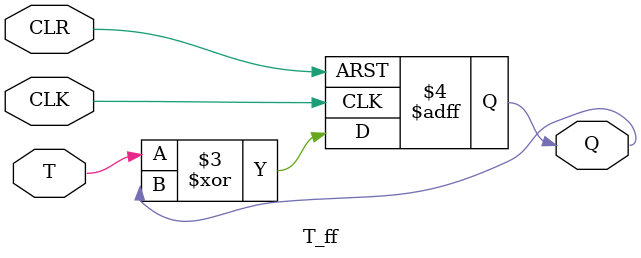
<source format=v>
module T_ff(T, CLK, CLR, Q);

    input T;
    input CLK;
    input CLR;
    output reg Q;
    
    
always@(posedge CLK, negedge CLR)
begin
    if(~CLR)
        Q <= 1'b0;
    else
        Q <= T ^ Q;
end 
    
    
    
    
    
    
endmodule
</source>
